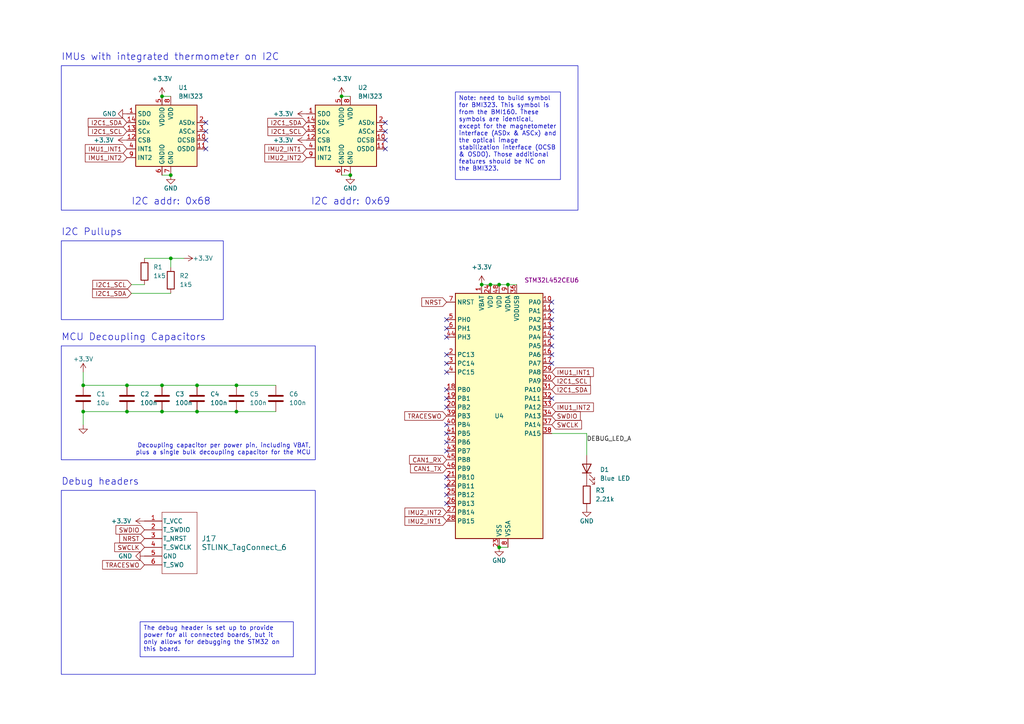
<source format=kicad_sch>
(kicad_sch (version 20230121) (generator eeschema)
  (paper "A4")
  (lib_symbols
    (symbol "Device:LED" (pin_numbers hide) (pin_names (offset 1.016) hide)
      (property "Reference" "D" (at 0 2.54 0))
      (property "Value" "LED" (at 0 -2.54 0))
      (symbol "LED_0_1"
        (polyline (pts (xy -1.27 -1.27) (xy -1.27 1.27)) (stroke (width 0.254)))
        (polyline (pts (xy -1.27 0) (xy 1.27 0)))
        (polyline (pts (xy 1.27 -1.27) (xy 1.27 1.27) (xy -1.27 0) (xy 1.27 -1.27)) (stroke (width 0.254)))
        (polyline (pts (xy -3.048 -0.762) (xy -4.572 -2.286) (xy -3.81 -2.286) (xy -4.572 -2.286) (xy -4.572 -1.524)))
        (polyline (pts (xy -1.778 -0.762) (xy -3.302 -2.286) (xy -2.54 -2.286) (xy -3.302 -2.286) (xy -3.302 -1.524)))
      )
      (symbol "LED_1_1"
        (pin passive line (at -3.81 0 0) (length 2.54) (name "K") (number "1"))
        (pin passive line (at 3.81 0 180) (length 2.54) (name "A") (number "2"))
      )
    )
    (symbol "Device:R" (pin_numbers hide) (pin_names (offset 0))
      (property "Reference" "R" (at 2.032 0 90))
      (property "Value" "R" (at 0 0 90))
      (symbol "R_0_1"
        (rectangle (start -1.016 -2.54) (end 1.016 2.54) (stroke (width 0.254)))
      )
      (symbol "R_1_1"
        (pin passive line (at 0 3.81 270) (length 1.27) (name "~") (number "1"))
        (pin passive line (at 0 -3.81 90) (length 1.27) (name "~") (number "2"))
      )
    )
    (symbol "MCU_ST_STM32L4:STM32L452CEUx"
      (property "Reference" "U" (at -12.7 36.83 0))
      (property "Value" "STM32L452CEUx" (at 7.62 36.83 0))
      (symbol "STM32L452CEUx_0_1"
        (rectangle (start -12.7 -35.56) (end 12.7 35.56) (stroke (width 0.254)) (fill (type background)))
      )
      (symbol "STM32L452CEUx_1_1"
        (pin power_in line (at -5.08 38.1 270) (length 2.54) (name "VBAT") (number "1"))
        (pin bidirectional line (at 15.24 33.02 180) (length 2.54) (name "PA0") (number "10"))
        (pin bidirectional line (at 15.24 30.48 180) (length 2.54) (name "PA1") (number "11"))
        (pin bidirectional line (at 15.24 27.94 180) (length 2.54) (name "PA2") (number "12"))
        (pin bidirectional line (at 15.24 25.4 180) (length 2.54) (name "PA3") (number "13"))
        (pin bidirectional line (at 15.24 22.86 180) (length 2.54) (name "PA4") (number "14"))
        (pin bidirectional line (at 15.24 20.32 180) (length 2.54) (name "PA5") (number "15"))
        (pin bidirectional line (at 15.24 17.78 180) (length 2.54) (name "PA6") (number "16"))
        (pin bidirectional line (at 15.24 15.24 180) (length 2.54) (name "PA7") (number "17"))
        (pin bidirectional line (at -15.24 7.62 0) (length 2.54) (name "PB0") (number "18"))
        (pin bidirectional line (at -15.24 5.08 0) (length 2.54) (name "PB1") (number "19"))
        (pin bidirectional line (at -15.24 17.78 0) (length 2.54) (name "PC13") (number "2"))
        (pin bidirectional line (at -15.24 2.54 0) (length 2.54) (name "PB2") (number "20"))
        (pin bidirectional line (at -15.24 -17.78 0) (length 2.54) (name "PB10") (number "21"))
        (pin bidirectional line (at -15.24 -20.32 0) (length 2.54) (name "PB11") (number "22"))
        (pin power_in line (at 0 -38.1 90) (length 2.54) (name "VSS") (number "23"))
        (pin power_in line (at -2.54 38.1 270) (length 2.54) (name "VDD") (number "24"))
        (pin bidirectional line (at -15.24 -22.86 0) (length 2.54) (name "PB12") (number "25"))
        (pin bidirectional line (at -15.24 -25.4 0) (length 2.54) (name "PB13") (number "26"))
        (pin bidirectional line (at -15.24 -27.94 0) (length 2.54) (name "PB14") (number "27"))
        (pin bidirectional line (at -15.24 -30.48 0) (length 2.54) (name "PB15") (number "28"))
        (pin bidirectional line (at 15.24 12.7 180) (length 2.54) (name "PA8") (number "29"))
        (pin bidirectional line (at -15.24 15.24 0) (length 2.54) (name "PC14") (number "3"))
        (pin bidirectional line (at 15.24 10.16 180) (length 2.54) (name "PA9") (number "30"))
        (pin bidirectional line (at 15.24 7.62 180) (length 2.54) (name "PA10") (number "31"))
        (pin bidirectional line (at 15.24 5.08 180) (length 2.54) (name "PA11") (number "32"))
        (pin bidirectional line (at 15.24 2.54 180) (length 2.54) (name "PA12") (number "33"))
        (pin bidirectional line (at 15.24 0 180) (length 2.54) (name "PA13") (number "34"))
        (pin passive line (at 0 -38.1 90) (length 2.54) hide (name "VSS") (number "35"))
        (pin power_in line (at 5.08 38.1 270) (length 2.54) (name "VDDUSB") (number "36"))
        (pin bidirectional line (at 15.24 -2.54 180) (length 2.54) (name "PA14") (number "37"))
        (pin bidirectional line (at 15.24 -5.08 180) (length 2.54) (name "PA15") (number "38"))
        (pin bidirectional line (at -15.24 0 0) (length 2.54) (name "PB3") (number "39"))
        (pin bidirectional line (at -15.24 12.7 0) (length 2.54) (name "PC15") (number "4"))
        (pin bidirectional line (at -15.24 -2.54 0) (length 2.54) (name "PB4") (number "40"))
        (pin bidirectional line (at -15.24 -5.08 0) (length 2.54) (name "PB5") (number "41"))
        (pin bidirectional line (at -15.24 -7.62 0) (length 2.54) (name "PB6") (number "42"))
        (pin bidirectional line (at -15.24 -10.16 0) (length 2.54) (name "PB7") (number "43"))
        (pin bidirectional line (at -15.24 22.86 0) (length 2.54) (name "PH3") (number "44"))
        (pin bidirectional line (at -15.24 -12.7 0) (length 2.54) (name "PB8") (number "45"))
        (pin bidirectional line (at -15.24 -15.24 0) (length 2.54) (name "PB9") (number "46"))
        (pin passive line (at 0 -38.1 90) (length 2.54) hide (name "VSS") (number "47"))
        (pin power_in line (at 0 38.1 270) (length 2.54) (name "VDD") (number "48"))
        (pin passive line (at 0 -38.1 90) (length 2.54) hide (name "VSS") (number "49"))
        (pin bidirectional line (at -15.24 27.94 0) (length 2.54) (name "PH0") (number "5"))
        (pin bidirectional line (at -15.24 25.4 0) (length 2.54) (name "PH1") (number "6"))
        (pin input line (at -15.24 33.02 0) (length 2.54) (name "NRST") (number "7"))
        (pin power_in line (at 2.54 -38.1 90) (length 2.54) (name "VSSA") (number "8"))
        (pin power_in line (at 2.54 38.1 270) (length 2.54) (name "VDDA") (number "9"))
      )
    )
    (symbol "Sensor_Motion:BMI160"
      (property "Reference" "U" (at -10.16 8.89 0))
      (property "Value" "BMI160" (at 7.62 8.89 0))
      (symbol "BMI160_1_1"
        (rectangle (start -10.16 7.62) (end 7.62 -10.16) (stroke (width 0.254)) (fill (type background)))
        (pin bidirectional line (at -12.7 5.08 0) (length 2.54) (name "SDO") (number "1"))
        (pin bidirectional line (at 10.16 -2.54 180) (length 2.54) (name "OCSB") (number "10"))
        (pin bidirectional line (at 10.16 -5.08 180) (length 2.54) (name "OSDO") (number "11"))
        (pin input line (at -12.7 -2.54 0) (length 2.54) (name "CSB") (number "12"))
        (pin input line (at -12.7 0 0) (length 2.54) (name "SCx") (number "13"))
        (pin bidirectional line (at -12.7 2.54 0) (length 2.54) (name "SDx") (number "14"))
        (pin bidirectional line (at 10.16 2.54 180) (length 2.54) (name "ASDx") (number "2"))
        (pin output line (at 10.16 0 180) (length 2.54) (name "ASCx") (number "3"))
        (pin bidirectional line (at -12.7 -5.08 0) (length 2.54) (name "INT1") (number "4"))
        (pin power_in line (at -2.54 10.16 270) (length 2.54) (name "VDDIO") (number "5"))
        (pin power_in line (at -2.54 -12.7 90) (length 2.54) (name "GNDIO") (number "6"))
        (pin power_in line (at 0 -12.7 90) (length 2.54) (name "GND") (number "7"))
        (pin power_in line (at 0 10.16 270) (length 2.54) (name "VDD") (number "8"))
        (pin bidirectional line (at -12.7 -7.62 0) (length 2.54) (name "INT2") (number "9"))
      )
    )
    (symbol "TVSC:Large_Decoupling_Capacitor" (pin_numbers hide) (pin_names (offset 0.254))
      (property "Reference" "C" (at 0.635 2.54 0))
      (property "Value" "10u" (at 0.635 -2.54 0))
      (symbol "Large_Decoupling_Capacitor_0_1"
        (polyline (pts (xy -2.032 -0.762) (xy 2.032 -0.762)) (stroke (width 0.508)))
        (polyline (pts (xy -2.032 0.762) (xy 2.032 0.762)) (stroke (width 0.508)))
      )
      (symbol "Large_Decoupling_Capacitor_1_1"
        (pin passive line (at 0 3.81 270) (length 2.794) (name "~") (number "1"))
        (pin passive line (at 0 -3.81 90) (length 2.794) (name "~") (number "2"))
      )
    )
    (symbol "TVSC:STLINK_TagConnect_6" (pin_names (offset 0.254)) (in_bom no)
      (property "Reference" "J" (at 0 6.35 0))
      (property "Value" "STLINK_TagConnect_6" (at 0 -15.24 0))
      (symbol "STLINK_TagConnect_6_1_1"
        (polyline (pts (xy -5.08 -12.7) (xy 5.08 -12.7)) (stroke (width 0.127)))
        (polyline (pts (xy -5.08 5.08) (xy -5.08 -12.7)) (stroke (width 0.127)))
        (polyline (pts (xy 5.08 -12.7) (xy 5.08 5.08)) (stroke (width 0.127)))
        (polyline (pts (xy 5.08 5.08) (xy -5.08 5.08)) (stroke (width 0.127)))
        (pin power_out line (at -10.16 2.54 0) (length 5.08) (name "T_VCC") (number "1"))
        (pin bidirectional line (at -10.16 0 0) (length 5.08) (name "T_SWDIO") (number "2"))
        (pin output line (at -10.16 -2.54 0) (length 5.08) (name "T_NRST") (number "3"))
        (pin input line (at -10.16 -5.08 0) (length 5.08) (name "T_SWCLK") (number "4"))
        (pin power_out line (at -10.16 -7.62 0) (length 5.08) (name "GND") (number "5"))
        (pin output line (at -10.16 -10.16 0) (length 5.08) (name "T_SWO") (number "6"))
      )
      (symbol "STLINK_TagConnect_6_1_2"
        (polyline (pts (xy 5.08 -20.32) (xy 12.7 -20.32)) (stroke (width 0.127)))
        (polyline (pts (xy 5.08 2.54) (xy 5.08 -20.32)) (stroke (width 0.127)))
        (polyline (pts (xy 7.62 -17.78) (xy 5.08 -17.78)) (stroke (width 0.127)))
        (polyline (pts (xy 7.62 -17.78) (xy 8.89 -18.6267)) (stroke (width 0.127)))
        (polyline (pts (xy 7.62 -17.78) (xy 8.89 -16.9333)) (stroke (width 0.127)))
        (polyline (pts (xy 7.62 -15.24) (xy 5.08 -15.24)) (stroke (width 0.127)))
        (polyline (pts (xy 7.62 -15.24) (xy 8.89 -16.0867)) (stroke (width 0.127)))
        (polyline (pts (xy 7.62 -15.24) (xy 8.89 -14.3933)) (stroke (width 0.127)))
        (polyline (pts (xy 7.62 -12.7) (xy 5.08 -12.7)) (stroke (width 0.127)))
        (polyline (pts (xy 7.62 -12.7) (xy 8.89 -13.5467)) (stroke (width 0.127)))
        (polyline (pts (xy 7.62 -12.7) (xy 8.89 -11.8533)) (stroke (width 0.127)))
        (polyline (pts (xy 7.62 -10.16) (xy 5.08 -10.16)) (stroke (width 0.127)))
        (polyline (pts (xy 7.62 -10.16) (xy 8.89 -11.0067)) (stroke (width 0.127)))
        (polyline (pts (xy 7.62 -10.16) (xy 8.89 -9.3133)) (stroke (width 0.127)))
        (polyline (pts (xy 7.62 -7.62) (xy 5.08 -7.62)) (stroke (width 0.127)))
        (polyline (pts (xy 7.62 -7.62) (xy 8.89 -8.4667)) (stroke (width 0.127)))
        (polyline (pts (xy 7.62 -7.62) (xy 8.89 -6.7733)) (stroke (width 0.127)))
        (polyline (pts (xy 7.62 -5.08) (xy 5.08 -5.08)) (stroke (width 0.127)))
        (polyline (pts (xy 7.62 -5.08) (xy 8.89 -5.9267)) (stroke (width 0.127)))
        (polyline (pts (xy 7.62 -5.08) (xy 8.89 -4.2333)) (stroke (width 0.127)))
        (polyline (pts (xy 7.62 -2.54) (xy 5.08 -2.54)) (stroke (width 0.127)))
        (polyline (pts (xy 7.62 -2.54) (xy 8.89 -3.3867)) (stroke (width 0.127)))
        (polyline (pts (xy 7.62 -2.54) (xy 8.89 -1.6933)) (stroke (width 0.127)))
        (polyline (pts (xy 7.62 0) (xy 5.08 0)) (stroke (width 0.127)))
        (polyline (pts (xy 7.62 0) (xy 8.89 -0.8467)) (stroke (width 0.127)))
        (polyline (pts (xy 7.62 0) (xy 8.89 0.8467)) (stroke (width 0.127)))
        (polyline (pts (xy 12.7 -20.32) (xy 12.7 2.54)) (stroke (width 0.127)))
        (polyline (pts (xy 12.7 2.54) (xy 5.08 2.54)) (stroke (width 0.127)))
        (pin unspecified line (at 0 0 0) (length 5.08) (name "1") (number "1"))
        (pin unspecified line (at 0 -2.54 0) (length 5.08) (name "2") (number "2"))
        (pin unspecified line (at 0 -5.08 0) (length 5.08) (name "3") (number "3"))
        (pin unspecified line (at 0 -7.62 0) (length 5.08) (name "4") (number "4"))
        (pin unspecified line (at 0 -10.16 0) (length 5.08) (name "5") (number "5"))
        (pin unspecified line (at 0 -12.7 0) (length 5.08) (name "6") (number "6"))
        (pin unspecified line (at 0 -15.24 0) (length 5.08) (name "7") (number "7"))
        (pin unspecified line (at 0 -17.78 0) (length 5.08) (name "8") (number "8"))
      )
    )
    (symbol "TVSC:Small_Decoupling_Capacitor" (pin_numbers hide) (pin_names (offset 0.254))
      (property "Reference" "C" (at 0.635 2.54 0))
      (property "Value" "100n" (at 0.635 -2.54 0))
      (symbol "Small_Decoupling_Capacitor_0_1"
        (polyline (pts (xy -2.032 -0.762) (xy 2.032 -0.762)) (stroke (width 0.508)))
        (polyline (pts (xy -2.032 0.762) (xy 2.032 0.762)) (stroke (width 0.508)))
      )
      (symbol "Small_Decoupling_Capacitor_1_1"
        (pin passive line (at 0 3.81 270) (length 2.794) (name "~") (number "1"))
        (pin passive line (at 0 -3.81 90) (length 2.794) (name "~") (number "2"))
      )
    )
    (symbol "power:+3.3V" (power) (pin_names (offset 0))
      (property "Value" "+3.3V" (at 0 3.556 0))
      (symbol "+3.3V_0_1"
        (polyline (pts (xy -0.762 1.27) (xy 0 2.54)))
        (polyline (pts (xy 0 0) (xy 0 2.54)))
        (polyline (pts (xy 0 2.54) (xy 0.762 1.27)))
      )
      (symbol "+3.3V_1_1"
        (pin power_in line (at 0 0 90) (length 0) hide (name "+3.3V") (number "1"))
      )
    )
    (symbol "power:GND" (power) (pin_names (offset 0))
      (property "Value" "GND" (at 0 -3.81 0))
      (symbol "GND_0_1"
        (polyline (pts (xy 0 0) (xy 0 -1.27) (xy 1.27 -1.27) (xy 0 -2.54) (xy -1.27 -1.27) (xy 0 -1.27)))
      )
      (symbol "GND_1_1"
        (pin power_in line (at 0 0 270) (length 0) hide (name "GND") (number "1"))
      )
    )
  )
  (junction (at 24.13 111.76))
  (junction (at 99.06 27.94))
  (junction (at 46.99 111.76))
  (junction (at 57.15 111.76))
  (junction (at 101.6 50.8))
  (junction (at 144.78 82.55))
  (junction (at 46.99 119.38))
  (junction (at 68.58 111.76))
  (junction (at 46.99 27.94))
  (junction (at 147.32 82.55))
  (junction (at 36.83 119.38))
  (junction (at 57.15 119.38))
  (junction (at 24.13 119.38))
  (junction (at 68.58 119.38))
  (junction (at 144.78 158.75))
  (junction (at 139.7 82.55))
  (junction (at 49.53 74.93))
  (junction (at 142.24 82.55))
  (junction (at 49.53 50.8))
  (junction (at 36.83 111.76))
  (no_connect (at 160.02 97.79))
  (no_connect (at 160.02 102.87))
  (no_connect (at 129.54 102.87))
  (no_connect (at 129.54 97.79))
  (no_connect (at 111.76 43.18))
  (no_connect (at 160.02 90.17))
  (no_connect (at 129.54 125.73))
  (no_connect (at 129.54 105.41))
  (no_connect (at 129.54 123.19))
  (no_connect (at 59.69 43.18))
  (no_connect (at 129.54 118.11))
  (no_connect (at 111.76 38.1))
  (no_connect (at 129.54 143.51))
  (no_connect (at 59.69 40.64))
  (no_connect (at 59.69 35.56))
  (no_connect (at 129.54 113.03))
  (no_connect (at 129.54 107.95))
  (no_connect (at 129.54 95.25))
  (no_connect (at 111.76 40.64))
  (no_connect (at 160.02 100.33))
  (no_connect (at 129.54 115.57))
  (no_connect (at 59.69 38.1))
  (no_connect (at 129.54 146.05))
  (no_connect (at 111.76 35.56))
  (no_connect (at 160.02 87.63))
  (no_connect (at 160.02 105.41))
  (no_connect (at 160.02 92.71))
  (no_connect (at 160.02 115.57))
  (no_connect (at 129.54 92.71))
  (no_connect (at 160.02 95.25))
  (no_connect (at 129.54 130.81))
  (no_connect (at 129.54 128.27))
  (no_connect (at 129.54 138.43))
  (no_connect (at 129.54 140.97))
  (wire (pts (xy 170.18 125.73) (xy 160.02 125.73)))
  (polyline (pts (xy 91.44 100.33) (xy 91.44 133.35)))
  (wire (pts (xy 57.15 119.38) (xy 68.58 119.38)))
  (wire (pts (xy 57.15 111.76) (xy 68.58 111.76)))
  (wire (pts (xy 142.24 82.55) (xy 144.78 82.55)))
  (wire (pts (xy 38.1 82.55) (xy 41.91 82.55)))
  (wire (pts (xy 46.99 27.94) (xy 49.53 27.94)))
  (wire (pts (xy 147.32 82.55) (xy 149.86 82.55)))
  (wire (pts (xy 36.83 119.38) (xy 46.99 119.38)))
  (wire (pts (xy 170.18 132.08) (xy 170.18 125.73)))
  (polyline (pts (xy 17.78 100.33) (xy 17.78 133.35)))
  (wire (pts (xy 99.06 27.94) (xy 101.6 27.94)))
  (wire (pts (xy 24.13 119.38) (xy 24.13 123.19)))
  (wire (pts (xy 38.1 85.09) (xy 49.53 85.09)))
  (wire (pts (xy 24.13 111.76) (xy 36.83 111.76)))
  (wire (pts (xy 46.99 50.8) (xy 49.53 50.8)))
  (wire (pts (xy 99.06 50.8) (xy 101.6 50.8)))
  (polyline (pts (xy 17.78 100.33) (xy 91.44 100.33)))
  (wire (pts (xy 68.58 111.76) (xy 80.01 111.76)))
  (polyline (pts (xy 91.44 133.35) (xy 17.78 133.35)))
  (wire (pts (xy 41.91 74.93) (xy 49.53 74.93)))
  (wire (pts (xy 49.53 74.93) (xy 49.53 77.47)))
  (wire (pts (xy 144.78 158.75) (xy 147.32 158.75)))
  (wire (pts (xy 36.83 111.76) (xy 46.99 111.76)))
  (wire (pts (xy 24.13 107.95) (xy 24.13 111.76)))
  (wire (pts (xy 139.7 82.55) (xy 142.24 82.55)))
  (wire (pts (xy 49.53 74.93) (xy 53.34 74.93)))
  (wire (pts (xy 24.13 119.38) (xy 36.83 119.38)))
  (wire (pts (xy 68.58 119.38) (xy 80.01 119.38)))
  (wire (pts (xy 46.99 111.76) (xy 57.15 111.76)))
  (wire (pts (xy 46.99 119.38) (xy 57.15 119.38)))
  (wire (pts (xy 144.78 82.55) (xy 147.32 82.55)))
  (rectangle (start 17.78 142.24) (end 91.44 195.58))
  (rectangle (start 17.78 19.05) (end 167.64 60.96))
  (rectangle (start 17.78 69.85) (end 64.77 92.71))
  (text_box "The debug header is set up to provide power for all connected boards, but it only allows for debugging the STM32 on this board." (at 40.64 180.34 0) (size 44.45 10.16) (effects (font (size 1.27 1.27)) (justify left top)))
  (text_box "Note: need to build symbol for BMI323. This symbol is from the BMI160. These symbols are identical, except for the magnetometer interface (ASDx & ASCx) and the optical image stabilization interface (OCSB & OSDO). Those additional features should be NC on the BMI323." (at 132.08 26.67 0) (size 30.48 25.4) (effects (font (size 1.27 1.27)) (justify left top)))
  (text "IMUs with integrated thermometer on I2C" (at 17.78 17.78 0) (effects (font (size 2 2)) (justify left bottom)))
  (text "Debug headers" (at 17.78 140.97 0) (effects (font (size 2 2)) (justify left bottom)))
  (text "MCU Decoupling Capacitors" (at 17.78 99.06 0) (effects (font (size 2 2)) (justify left bottom)))
  (text "Decoupling capacitor per power pin, including VBAT,\nplus a single bulk decoupling capacitor for the MCU" (at 90.17 132.08 0) (effects (font (size 1.25 1.25)) (justify right bottom)))
  (text "I2C addr: 0x68" (at 38.1 59.69 0) (effects (font (size 2 2)) (justify left bottom)))
  (text "I2C Pullups" (at 17.78 68.58 0) (effects (font (size 2 2)) (justify left bottom)))
  (text "I2C addr: 0x69" (at 90.17 59.69 0) (effects (font (size 2 2)) (justify left bottom)))
  (label "DEBUG_LED_A" (at 170.18 128.27 0))
  (global_label "SWCLK" (shape input) (at 41.91 158.75 180) (property "Intersheetrefs" "${INTERSHEET_REFS}" (effects hide)))
  (global_label "SWCLK" (shape input) (at 160.02 123.19 0) (property "Intersheetrefs" "${INTERSHEET_REFS}" (effects hide)))
  (global_label "IMU1_INT1" (shape input) (at 160.02 107.95 0) (property "Intersheetrefs" "${INTERSHEET_REFS}" (effects hide)))
  (global_label "IMU1_INT2" (shape input) (at 36.83 45.72 180) (property "Intersheetrefs" "${INTERSHEET_REFS}" (effects hide)))
  (global_label "CAN1_TX" (shape input) (at 129.54 135.89 180) (property "Intersheetrefs" "${INTERSHEET_REFS}" (effects hide)))
  (global_label "I2C1_SDA" (shape input) (at 160.02 113.03 0) (property "Intersheetrefs" "${INTERSHEET_REFS}" (effects hide)))
  (global_label "I2C1_SDA" (shape input) (at 88.9 35.56 180) (property "Intersheetrefs" "${INTERSHEET_REFS}" (effects hide)))
  (global_label "I2C1_SCL" (shape input) (at 160.02 110.49 0) (property "Intersheetrefs" "${INTERSHEET_REFS}" (effects hide)))
  (global_label "SWDIO" (shape input) (at 41.91 153.67 180) (property "Intersheetrefs" "${INTERSHEET_REFS}" (effects hide)))
  (global_label "NRST" (shape input) (at 41.91 156.21 180) (property "Intersheetrefs" "${INTERSHEET_REFS}" (effects hide)))
  (global_label "IMU2_INT2" (shape input) (at 129.54 148.59 180) (property "Intersheetrefs" "${INTERSHEET_REFS}" (effects hide)))
  (global_label "IMU2_INT1" (shape input) (at 129.54 151.13 180) (property "Intersheetrefs" "${INTERSHEET_REFS}" (effects hide)))
  (global_label "TRACESWO" (shape input) (at 41.91 163.83 180) (property "Intersheetrefs" "${INTERSHEET_REFS}" (effects hide)))
  (global_label "I2C1_SDA" (shape input) (at 36.83 35.56 180) (property "Intersheetrefs" "${INTERSHEET_REFS}" (effects hide)))
  (global_label "I2C1_SCL" (shape input) (at 36.83 38.1 180) (property "Intersheetrefs" "${INTERSHEET_REFS}" (effects hide)))
  (global_label "IMU1_INT1" (shape input) (at 36.83 43.18 180) (property "Intersheetrefs" "${INTERSHEET_REFS}" (effects hide)))
  (global_label "SWDIO" (shape input) (at 160.02 120.65 0) (property "Intersheetrefs" "${INTERSHEET_REFS}" (effects hide)))
  (global_label "IMU1_INT2" (shape input) (at 160.02 118.11 0) (property "Intersheetrefs" "${INTERSHEET_REFS}" (effects hide)))
  (global_label "IMU2_INT1" (shape input) (at 88.9 43.18 180) (property "Intersheetrefs" "${INTERSHEET_REFS}" (effects hide)))
  (global_label "I2C1_SDA" (shape input) (at 38.1 85.09 180) (property "Intersheetrefs" "${INTERSHEET_REFS}" (effects hide)))
  (global_label "I2C1_SCL" (shape input) (at 38.1 82.55 180) (property "Intersheetrefs" "${INTERSHEET_REFS}" (effects hide)))
  (global_label "NRST" (shape input) (at 129.54 87.63 180) (property "Intersheetrefs" "${INTERSHEET_REFS}" (effects hide)))
  (global_label "CAN1_RX" (shape input) (at 129.54 133.35 180) (property "Intersheetrefs" "${INTERSHEET_REFS}" (effects hide)))
  (global_label "IMU2_INT2" (shape input) (at 88.9 45.72 180) (property "Intersheetrefs" "${INTERSHEET_REFS}" (effects hide)))
  (global_label "I2C1_SCL" (shape input) (at 88.9 38.1 180) (property "Intersheetrefs" "${INTERSHEET_REFS}" (effects hide)))
  (global_label "TRACESWO" (shape input) (at 129.54 120.65 180) (property "Intersheetrefs" "${INTERSHEET_REFS}" (effects hide)))
  (symbol (lib_id "TVSC:STLINK_TagConnect_6") (at 52.07 153.67 0) (unit 1) (in_bom no)
    (property "Reference" "J17" (at 58.42 156.21 0) (effects (font (size 1.524 1.524)) (justify left)))
    (property "Value" "STLINK_TagConnect_6" (at 58.42 158.75 0) (effects (font (size 1.524 1.524)) (justify left)))
    (property "Footprint" "Connector:Tag-Connect_TC2030-IDC-NL_2x03_P1.27mm_Vertical" (effects hide))
    (property "Datasheet" "https://www.tag-connect.com/wp-content/uploads/bsk-pdf-manager/TC2030-CTX_1.pdf" (effects hide))
  )
  (symbol (lib_id "TVSC:Small_Decoupling_Capacitor") (at 80.01 115.57 0) (unit 1)
    (property "Reference" "C6" (at 83.82 114.3 0) (effects (justify left)))
    (property "Value" "100n" (at 83.82 116.84 0) (effects (justify left)))
    (property "Footprint" "footprints:Nondescript_C_0402_1005Metric" (effects hide))
    (property "Datasheet" "https://www.murata.com/en-us/products/productdetail?partno=GCM155R71H104KE02%23" (effects hide))
    (property "MPN" "C2649549" (effects hide))
    (property "Manufacturer" "Murata Electronics" (effects hide))
    (property "Manufacturer Part Number" "GCM155R71H104KE02J" (effects hide))
  )
  (symbol (lib_id "power:GND") (at 170.18 147.32 0) (unit 1)
    (property "Reference" "#PWR019" (effects hide))
    (property "Value" "GND" (at 170.18 151.13 0))
  )
  (symbol (lib_id "TVSC:Large_Decoupling_Capacitor") (at 24.13 115.57 0) (unit 1)
    (property "Reference" "C1" (at 27.94 114.3 0) (effects (justify left)))
    (property "Value" "10u" (at 27.94 116.84 0) (effects (justify left)))
    (property "Footprint" "Capacitor_SMD:C_0603_1608Metric" (effects hide))
    (property "Datasheet" "https://www.murata.com/en-us/products/productdetail?partno=GRM188R61E106KA73%23" (effects hide))
    (property "MPN" "C344022" (effects hide))
    (property "Manufacturer" "Murata Electronics" (effects hide))
    (property "Manufacturer Part Number" "GRM188R61E106KA73D" (effects hide))
  )
  (symbol (lib_id "power:+3.3V") (at 53.34 74.93 270) (mirror x) (unit 1)
    (property "Reference" "#PWR012" (effects hide))
    (property "Value" "+3.3V" (at 55.88 74.93 90) (effects (justify left)))
  )
  (symbol (lib_id "Device:LED") (at 170.18 135.89 90) (unit 1)
    (property "Reference" "D1" (at 173.99 136.2075 90) (effects (justify right)))
    (property "Value" "Blue LED" (at 173.99 138.7475 90) (effects (justify right)))
    (property "Footprint" "LED_SMD:LED_0603_1608Metric" (effects hide))
    (property "MPN" "C72041" (effects hide))
    (property "Manufacturer" "Everlight Elec" (effects hide))
    (property "Manufacturer Part Number" "19-217/BHC-ZL1M2RY/3T" (effects hide))
    (property "Active" "Y" (effects hide))
  )
  (symbol (lib_id "TVSC:Small_Decoupling_Capacitor") (at 68.58 115.57 0) (unit 1)
    (property "Reference" "C5" (at 72.39 114.3 0) (effects (justify left)))
    (property "Value" "100n" (at 72.39 116.84 0) (effects (justify left)))
    (property "Footprint" "footprints:Nondescript_C_0402_1005Metric" (effects hide))
    (property "Datasheet" "https://www.murata.com/en-us/products/productdetail?partno=GCM155R71H104KE02%23" (effects hide))
    (property "MPN" "C2649549" (effects hide))
    (property "Manufacturer" "Murata Electronics" (effects hide))
    (property "Manufacturer Part Number" "GCM155R71H104KE02J" (effects hide))
  )
  (symbol (lib_id "Sensor_Motion:BMI160") (at 101.6 38.1 0) (unit 1)
    (property "Reference" "U2" (at 103.7941 25.4 0) (effects (justify left)))
    (property "Value" "BMI323" (at 103.7941 27.94 0) (effects (justify left)))
    (property "Footprint" "Package_LGA:Bosch_LGA-14_3x2.5mm_P0.5mm" (effects hide))
    (property "Datasheet" "https://www.bosch-sensortec.com/media/boschsensortec/downloads/datasheets/bst-bmi160-ds000.pdf" (effects hide))
    (property "Active" "Y" (effects hide))
    (property "MPN" "C5368700" (effects hide))
    (property "Manufacturer" "Bosch Sensortec" (effects hide))
    (property "Manufacturer Part Number" "BMI323" (effects hide))
  )
  (symbol (lib_id "power:+3.3V") (at 88.9 33.02 90) (unit 1)
    (property "Reference" "#PWR013" (effects hide))
    (property "Value" "+3.3V" (at 85.09 33.02 90) (effects (justify left)))
  )
  (symbol (lib_id "power:+3.3V") (at 99.06 27.94 0) (unit 1)
    (property "Reference" "#PWR015" (effects hide))
    (property "Value" "+3.3V" (at 99.06 22.86 0))
  )
  (symbol (lib_id "power:+3.3V") (at 24.13 107.95 0) (unit 1)
    (property "Reference" "#PWR04" (effects hide))
    (property "Value" "+3.3V" (at 24.13 104.14 0))
  )
  (symbol (lib_id "MCU_ST_STM32L4:STM32L452CEUx") (at 144.78 120.65 0) (unit 1)
    (property "Reference" "U4" (at 144.78 120.65 0))
    (property "Value" "STM32L452CEU6" (effects hide))
    (property "Footprint" "Package_DFN_QFN:QFN-48-1EP_7x7mm_P0.5mm_EP5.6x5.6mm" (effects hide))
    (property "Datasheet" "https://www.st.com/resource/en/datasheet/stm32l452ce.pdf" (effects hide))
    (property "Active" "Y" (effects hide))
    (property "MPN" "C222355" (effects hide))
    (property "Manufacturer" "ST Microelectronics" (effects hide))
    (property "Manufacturer Part Number" "STM32L452CEU6" (at 160.02 81.28 0))
  )
  (symbol (lib_id "power:GND") (at 101.6 50.8 0) (unit 1)
    (property "Reference" "#PWR016" (effects hide))
    (property "Value" "GND" (at 101.6 54.61 0))
  )
  (symbol (lib_id "power:+3.3V") (at 36.83 40.64 90) (unit 1)
    (property "Reference" "#PWR07" (effects hide))
    (property "Value" "+3.3V" (at 33.02 40.64 90) (effects (justify left)))
  )
  (symbol (lib_id "power:GND") (at 24.13 123.19 0) (unit 1)
    (property "Reference" "#PWR05" (effects hide))
    (property "Value" "GND" (effects hide))
  )
  (symbol (lib_id "Device:R") (at 170.18 143.51 0) (unit 1)
    (property "Reference" "R3" (at 172.72 142.24 0) (effects (justify left)))
    (property "Value" "2.21k" (at 172.72 144.78 0) (effects (justify left)))
    (property "Footprint" "footprints:Nondescript_R_0402_1005Metric" (effects hide))
    (property "Designed Manufacturer" "Vishay-Dale" (effects hide))
    (property "Designed Part Number" "CRCW04022K21FKED" (effects hide))
    (property "MPN" "C305298" (effects hide))
    (property "Manufacturer" "Walsin Tech Corp" (effects hide))
    (property "Manufacturer Part Number" "WR04X2211FTL" (effects hide))
    (property "Active" "Y" (effects hide))
  )
  (symbol (lib_id "TVSC:Small_Decoupling_Capacitor") (at 57.15 115.57 0) (unit 1)
    (property "Reference" "C4" (at 60.96 114.3 0) (effects (justify left)))
    (property "Value" "100n" (at 60.96 116.84 0) (effects (justify left)))
    (property "Footprint" "footprints:Nondescript_C_0402_1005Metric" (effects hide))
    (property "Datasheet" "https://www.murata.com/en-us/products/productdetail?partno=GCM155R71H104KE02%23" (effects hide))
    (property "MPN" "C2649549" (effects hide))
    (property "Manufacturer" "Murata Electronics" (effects hide))
    (property "Manufacturer Part Number" "GCM155R71H104KE02J" (effects hide))
  )
  (symbol (lib_id "power:GND") (at 41.91 161.29 270) (unit 1)
    (property "Reference" "#PWR09" (effects hide))
    (property "Value" "GND" (at 34.29 161.29 90) (effects (justify left)))
  )
  (symbol (lib_id "power:GND") (at 36.83 33.02 270) (unit 1)
    (property "Reference" "#PWR06" (effects hide))
    (property "Value" "GND" (at 31.75 33.02 90))
  )
  (symbol (lib_id "power:GND") (at 49.53 50.8 0) (unit 1)
    (property "Reference" "#PWR011" (effects hide))
    (property "Value" "GND" (at 49.53 54.61 0))
  )
  (symbol (lib_id "Device:R") (at 49.53 81.28 0) (unit 1)
    (property "Reference" "R2" (at 52.07 80.01 0) (effects (justify left)))
    (property "Value" "1k5" (at 52.07 82.55 0) (effects (justify left)))
    (property "Footprint" "Resistor_SMD:R_0402_1005Metric" (effects hide))
    (property "MPN" "C25867" (effects hide))
    (property "Manufacturer" "UNI-ROYAL" (effects hide))
    (property "Manufacturer Part Number" "0402WGF1501TCE" (effects hide))
    (property "Active" "Y" (effects hide))
  )
  (symbol (lib_id "power:+3.3V") (at 88.9 40.64 90) (unit 1)
    (property "Reference" "#PWR014" (effects hide))
    (property "Value" "+3.3V" (at 85.09 40.64 90) (effects (justify left)))
  )
  (symbol (lib_id "TVSC:Small_Decoupling_Capacitor") (at 36.83 115.57 0) (unit 1)
    (property "Reference" "C2" (at 40.64 114.3 0) (effects (justify left)))
    (property "Value" "100n" (at 40.64 116.84 0) (effects (justify left)))
    (property "Footprint" "footprints:Nondescript_C_0402_1005Metric" (effects hide))
    (property "Datasheet" "https://www.murata.com/en-us/products/productdetail?partno=GCM155R71H104KE02%23" (effects hide))
    (property "MPN" "C2649549" (effects hide))
    (property "Manufacturer" "Murata Electronics" (effects hide))
    (property "Manufacturer Part Number" "GCM155R71H104KE02J" (effects hide))
  )
  (symbol (lib_id "power:+3.3V") (at 41.91 151.13 90) (unit 1)
    (property "Reference" "#PWR08" (effects hide))
    (property "Value" "+3.3V" (at 38.1 151.13 90) (effects (justify left)))
  )
  (symbol (lib_id "TVSC:Small_Decoupling_Capacitor") (at 46.99 115.57 0) (unit 1)
    (property "Reference" "C3" (at 50.8 114.3 0) (effects (justify left)))
    (property "Value" "100n" (at 50.8 116.84 0) (effects (justify left)))
    (property "Footprint" "footprints:Nondescript_C_0402_1005Metric" (effects hide))
    (property "Datasheet" "https://www.murata.com/en-us/products/productdetail?partno=GCM155R71H104KE02%23" (effects hide))
    (property "MPN" "C2649549" (effects hide))
    (property "Manufacturer" "Murata Electronics" (effects hide))
    (property "Manufacturer Part Number" "GCM155R71H104KE02J" (effects hide))
  )
  (symbol (lib_id "power:GND") (at 144.78 158.75 0) (unit 1)
    (property "Reference" "#PWR018" (effects hide))
    (property "Value" "GND" (at 144.78 162.56 0))
  )
  (symbol (lib_id "power:+3.3V") (at 139.7 82.55 0) (unit 1)
    (property "Reference" "#PWR017" (effects hide))
    (property "Value" "+3.3V" (at 139.7 77.47 0))
  )
  (symbol (lib_id "power:+3.3V") (at 46.99 27.94 0) (unit 1)
    (property "Reference" "#PWR010" (effects hide))
    (property "Value" "+3.3V" (at 46.99 22.86 0))
  )
  (symbol (lib_id "Sensor_Motion:BMI160") (at 49.53 38.1 0) (unit 1)
    (property "Reference" "U1" (at 51.7241 25.4 0) (effects (justify left)))
    (property "Value" "BMI323" (at 51.7241 27.94 0) (effects (justify left)))
    (property "Footprint" "Package_LGA:Bosch_LGA-14_3x2.5mm_P0.5mm" (effects hide))
    (property "Datasheet" "https://www.bosch-sensortec.com/media/boschsensortec/downloads/datasheets/bst-bmi160-ds000.pdf" (effects hide))
    (property "Active" "Y" (effects hide))
    (property "MPN" "C5368700" (effects hide))
    (property "Manufacturer" "Bosch Sensortec" (effects hide))
    (property "Manufacturer Part Number" "BMI323" (effects hide))
  )
  (symbol (lib_id "Device:R") (at 41.91 78.74 0) (unit 1)
    (property "Reference" "R1" (at 44.45 77.47 0) (effects (justify left)))
    (property "Value" "1k5" (at 44.45 80.01 0) (effects (justify left)))
    (property "Footprint" "Resistor_SMD:R_0402_1005Metric" (effects hide))
    (property "MPN" "C25867" (effects hide))
    (property "Manufacturer" "UNI-ROYAL" (effects hide))
    (property "Manufacturer Part Number" "0402WGF1501TCE" (effects hide))
    (property "Active" "Y" (effects hide))
  )
)
</source>
